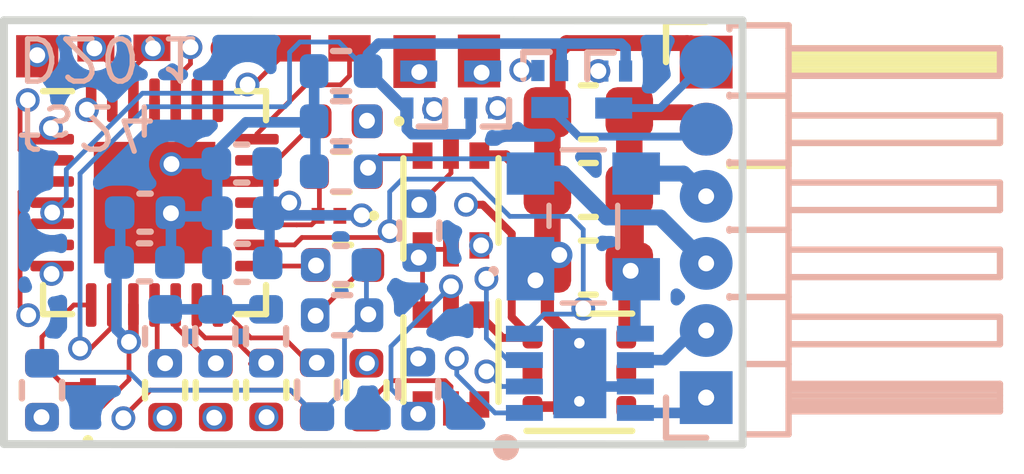
<source format=kicad_pcb>
(kicad_pcb (version 20171130) (host pcbnew "(5.1.12)-1")
  (title_block (title "RTB D20 NEM651 Decoder") (date 2024-11-13) (rev 1) (company "Frank Schumacher") (comment 1 "Double sided NEM651") (comment 2 D20.1))
  (layers (0 F.Cu signal) (1 In1.Cu signal hide) (2 In2.Cu signal hide) (3 In3.Cu signal hide) (4 In4.Cu signal hide) (31 B.Cu signal) (34 B.Paste user hide) (35 F.Paste user hide) (36 B.SilkS user) (37 F.SilkS user) (38 B.Mask user hide) (39 F.Mask user hide) (44 Edge.Cuts user))
  (net 0 "")
  (net 1 GND)
  (net 2 +3V3)
  (net 3 DCC-b)
  (net 4 DCC-a)
  (net 5 RCM.tx)
  (net 6 UDCC-a)
  (net 7 UDCC-b)
  (net 8 ISENS)
  (net 9 PWM2)
  (net 10 PWM1)
  (net 11 M1)
  (net 12 M2)
  (net 13 uSENS2)
  (net 14 uSENS1)
  (net 15 "Net-(Q1-Pad5)")
  (net 16 VHBR)
  (net 17 "Net-(Q2-Pad5)")
  (net 18 UPDI)
  (net 19 Lr)
  (net 20 Lf)
  (net 21 F0r)
  (net 22 F0f)
  (net 23 Vref)
  (net 24 LED.hbt)
  (net 25 "Net-(IC3-Pad1)")
  (net 26 "Net-(Q1-Pad1)")
  (net 27 "Net-(Q2-Pad2)")
  (net 28 "Net-(D1-Pad1)")
  (net 29 AUX1)
  (net 30 AUX2)
  (net 31 P2)
  (net 32 P1)
  (net 33 aSENSE)
  (net 34 AUX3)
  (net 35 AUX4)
  (net 36 DCC-b')
  (net 37 DCC-a')
  (module RTB:SON50P200X200X80-9N (layer B.Cu) (at 64.4 -42.06)
    (fp_text reference IC3)
    (fp_text value DRV8231ADSGR)
    (pad 9 smd rect (at 0 0) (size 1 1.7) (layers B.Cu B.Paste B.Mask) (net 1 GND))
    (pad 8 smd rect (at 1.05 0.75 270) (size 0.3 0.7) (layers B.Cu B.Paste B.Mask) (net 12 M2))
    (pad 7 smd rect (at 1.05 0.25 270) (size 0.3 0.7) (layers B.Cu B.Paste B.Mask) (net 1 GND))
    (pad 6 smd rect (at 1.05 -0.25 270) (size 0.3 0.7) (layers B.Cu B.Paste B.Mask) (net 11 M1))
    (pad 5 smd rect (at 1.05 -0.75 270) (size 0.3 0.7) (layers B.Cu B.Paste B.Mask) (net 16 VHBR))
    (pad 4 smd rect (at -1.05 -0.75 270) (size 0.3 0.7) (layers B.Cu B.Paste B.Mask) (net 23 Vref))
    (pad 3 smd rect (at -1.05 -0.25 270) (size 0.3 0.7) (layers B.Cu B.Paste B.Mask) (net 10 PWM1))
    (pad 2 smd rect (at -1.05 0.25 270) (size 0.3 0.7) (layers B.Cu B.Paste B.Mask) (net 9 PWM2))
    (pad 1 smd rect (at -1.05 0.75 270) (size 0.3 0.7) (layers B.Cu B.Paste B.Mask) (net 25 "Net-(IC3-Pad1)"))
  )
  (module RTB:BAT30F4 (layer F.Cu) (at 55.09 -41.64 90)
    (fp_text reference D4)
    (fp_text value BAT30F4)
    (pad 2 smd rect (at 0.206 0 90) (size 0.243 0.3) (layers F.Cu F.Paste F.Mask) (net 37 DCC-a'))
    (pad 1 smd rect (at -0.207 0 90) (size 0.243 0.3) (layers F.Cu F.Paste F.Mask) (net 2 +3V3))
  )
  (module RTB:BAT30F4 (layer F.Cu) (at 59.65 -45.04 180)
    (fp_text reference D3)
    (fp_text value BAT30F4)
    (pad 2 smd rect (at 0.206 0 180) (size 0.243 0.3) (layers F.Cu F.Paste F.Mask) (net 36 DCC-b'))
    (pad 1 smd rect (at -0.207 0 180) (size 0.243 0.3) (layers F.Cu F.Paste F.Mask) (net 2 +3V3))
  )
  (module RTB:BF998215 (layer B.Cu) (at 64.09 -44.84 90)
    (fp_text reference D2)
    (fp_text value BAS3007ARPPE6327HTSA1)
    (pad 4 smd rect (at -1 1.375) (size 0.9 0.8) (layers B.Cu B.Paste B.Mask) (net 16 VHBR))
    (pad 3 smd rect (at 1 1.375) (size 0.9 0.8) (layers B.Cu B.Paste B.Mask) (net 4 DCC-a))
    (pad 2 smd rect (at 1 -0.625) (size 0.9 0.8) (layers B.Cu B.Paste B.Mask) (net 3 DCC-b))
    (pad 1 smd rect (at -0.8 -0.625) (size 0.9 1.2) (layers B.Cu B.Paste B.Mask) (net 1 GND))
  )
  (module Package_DFN_QFN:QFN-28-1EP_4x4mm_P0.4mm_EP2.3x2.3mm (layer F.Cu) (at 56.35 -45.29)
    (fp_text reference IC1 hide)
    (fp_text value AVR64DD28-I_STX)
    (pad 29 smd rect (at 0 0) (size 2.3 2.3) (layers F.Cu F.Mask) (net 1 GND))
    (pad 28 smd roundrect (at -1.2 -1.9375) (size 0.2 0.825) (layers F.Cu F.Paste F.Mask) (net 22 F0f))
    (pad 27 smd roundrect (at -0.8 -1.9375) (size 0.2 0.825) (layers F.Cu F.Paste F.Mask) (net 29 AUX1))
    (pad 26 smd roundrect (at -0.4 -1.9375) (size 0.2 0.825) (layers F.Cu F.Paste F.Mask) (net 30 AUX2))
    (pad 25 smd roundrect (at 0 -1.9375) (size 0.2 0.825) (layers F.Cu F.Paste F.Mask) (net 1 GND))
    (pad 24 smd roundrect (at 0.4 -1.9375) (size 0.2 0.825) (layers F.Cu F.Paste F.Mask) (net 2 +3V3))
    (pad 23 smd roundrect (at 0.8 -1.9375) (size 0.2 0.825) (layers F.Cu F.Paste F.Mask) (net 18 UPDI))
    (pad 22 smd roundrect (at 1.2 -1.9375) (size 0.2 0.825) (layers F.Cu F.Paste F.Mask))
    (pad 21 smd roundrect (at 1.9375 -1.2) (size 0.825 0.2) (layers F.Cu F.Paste F.Mask) (net 35 AUX4))
    (pad 20 smd roundrect (at 1.9375 -0.8) (size 0.825 0.2) (layers F.Cu F.Paste F.Mask) (net 24 LED.hbt))
    (pad 19 smd roundrect (at 1.9375 -0.4) (size 0.825 0.2) (layers F.Cu F.Paste F.Mask) (net 1 GND))
    (pad 18 smd roundrect (at 1.9375 0) (size 0.825 0.2) (layers F.Cu F.Paste F.Mask) (net 2 +3V3))
    (pad 17 smd roundrect (at 1.9375 0.4) (size 0.825 0.2) (layers F.Cu F.Paste F.Mask) (net 36 DCC-b'))
    (pad 16 smd roundrect (at 1.9375 0.8) (size 0.825 0.2) (layers F.Cu F.Paste F.Mask) (net 23 Vref))
    (pad 15 smd roundrect (at 1.9375 1.2) (size 0.825 0.2) (layers F.Cu F.Paste F.Mask) (net 8 ISENS))
    (pad 14 smd roundrect (at 1.2 1.9375) (size 0.2 0.825) (layers F.Cu F.Paste F.Mask) (net 7 UDCC-b))
    (pad 13 smd roundrect (at 0.8 1.9375) (size 0.2 0.825) (layers F.Cu F.Paste F.Mask) (net 6 UDCC-a))
    (pad 12 smd roundrect (at 0.4 1.9375) (size 0.2 0.825) (layers F.Cu F.Paste F.Mask) (net 13 uSENS2))
    (pad 11 smd roundrect (at 0 1.9375) (size 0.2 0.825) (layers F.Cu F.Paste F.Mask) (net 14 uSENS1))
    (pad 10 smd roundrect (at -0.4 1.9375) (size 0.2 0.825) (layers F.Cu F.Paste F.Mask) (net 2 +3V3))
    (pad 9 smd roundrect (at -0.8 1.9375) (size 0.2 0.825) (layers F.Cu F.Paste F.Mask) (net 33 aSENSE))
    (pad 8 smd roundrect (at -1.2 1.9375) (size 0.2 0.825) (layers F.Cu F.Paste F.Mask) (net 37 DCC-a'))
    (pad 7 smd roundrect (at -1.9375 1.2) (size 0.825 0.2) (layers F.Cu F.Paste F.Mask) (net 5 RCM.tx))
    (pad 6 smd roundrect (at -1.9375 0.8) (size 0.825 0.2) (layers F.Cu F.Paste F.Mask))
    (pad 5 smd roundrect (at -1.9375 0.4) (size 0.825 0.2) (layers F.Cu F.Paste F.Mask) (net 34 AUX3))
    (pad 4 smd roundrect (at -1.9375 0) (size 0.825 0.2) (layers F.Cu F.Paste F.Mask) (net 34 AUX3))
    (pad 3 smd roundrect (at -1.9375 -0.4) (size 0.825 0.2) (layers F.Cu F.Paste F.Mask) (net 9 PWM2))
    (pad 2 smd roundrect (at -1.9375 -0.8) (size 0.825 0.2) (layers F.Cu F.Paste F.Mask) (net 10 PWM1))
    (pad 1 smd roundrect (at -1.9375 -1.2) (size 0.825 0.2) (layers F.Cu F.Paste F.Mask) (net 21 F0r))
  )
  (module Resistor_SMD:R_0402_1005Metric (layer B.Cu) (at 59.88 -46.83 180)
    (fp_text reference R3 hide)
    (fp_text value 3.3k)
    (pad 2 smd roundrect (at 0.51 0 180) (size 0.54 0.64) (layers B.Cu B.Paste B.Mask) (net 1 GND))
    (pad 1 smd roundrect (at -0.51 0 180) (size 0.54 0.64) (layers B.Cu B.Paste B.Mask) (net 28 "Net-(D1-Pad1)"))
  )
  (module Capacitor_SMD:C_0402_1005Metric (layer B.Cu) (at 56.17 -45.1)
    (fp_text reference C9 hide)
    (fp_text value 22u/6V)
    (pad 2 smd roundrect (at 0.48 0) (size 0.56 0.62) (layers B.Cu B.Paste B.Mask) (net 1 GND))
    (pad 1 smd roundrect (at -0.48 0) (size 0.56 0.62) (layers B.Cu B.Paste B.Mask) (net 2 +3V3))
  )
  (module Capacitor_SMD:C_0402_1005Metric (layer B.Cu) (at 58 -46.03 180)
    (fp_text reference C8 hide)
    (fp_text value 22u/6V)
    (pad 1 smd roundrect (at -0.48 0 180) (size 0.56 0.62) (layers B.Cu B.Paste B.Mask) (net 2 +3V3))
    (pad 2 smd roundrect (at 0.48 0 180) (size 0.56 0.62) (layers B.Cu B.Paste B.Mask) (net 1 GND))
  )
  (module Capacitor_SMD:C_0402_1005Metric (layer B.Cu) (at 56.16 -44.16)
    (fp_text reference C5 hide)
    (fp_text value 100n)
    (pad 2 smd roundrect (at 0.48 0) (size 0.56 0.62) (layers B.Cu B.Paste B.Mask) (net 1 GND))
    (pad 1 smd roundrect (at -0.48 0) (size 0.56 0.62) (layers B.Cu B.Paste B.Mask) (net 2 +3V3))
  )
  (module RTB:DummyNet-Connector (layer F.Cu) (at 60.04 -48.21)
    (fp_text reference J10 hide)
    (fp_text value Conn_01x01 hide)
    (pad 1 smd rect (at 0 0) (size 0.8 0.5) (layers F.Cu F.Mask) (net 35 AUX4))
  )
  (module Capacitor_SMD:C_0402_1005Metric (layer B.Cu) (at 58.01 -44.15 180)
    (fp_text reference C1 hide)
    (fp_text value 22u)
    (pad 2 smd roundrect (at 0.48 0 180) (size 0.56 0.62) (layers B.Cu B.Paste B.Mask) (net 1 GND))
    (pad 1 smd roundrect (at -0.48 0 180) (size 0.56 0.62) (layers B.Cu B.Paste B.Mask) (net 2 +3V3))
  )
  (module RTB:DummyNet-Connector (layer F.Cu) (at 54.13 -48.06)
    (fp_text reference J9 hide)
    (fp_text value Conn_01x01 hide)
    (pad 1 smd rect (at 0 0) (size 0.8 0.8) (layers F.Cu F.Mask) (net 1 GND))
  )
  (module Resistor_SMD:R_0402_1005Metric (layer B.Cu) (at 59.88 -47.78)
    (fp_text reference R19 hide)
    (fp_text value 1)
    (pad 2 smd roundrect (at 0.51 0) (size 0.54 0.64) (layers B.Cu B.Paste B.Mask) (net 33 aSENSE))
    (pad 1 smd roundrect (at -0.51 0) (size 0.54 0.64) (layers B.Cu B.Paste B.Mask) (net 1 GND))
  )
  (module Package_DFN_QFN:Diodes_DFN1006-3 (layer B.Cu) (at 61.35 -47.43 90)
    (fp_text reference Q6 hide)
    (fp_text value PMZB200UNEYL)
    (pad 1 smd rect (at -0.35 0.225 180) (size 0.25 0.4) (layers B.Cu B.Paste B.Mask) (net 29 AUX1))
    (pad 2 smd rect (at -0.35 -0.225 180) (size 0.25 0.4) (layers B.Cu B.Paste B.Mask) (net 33 aSENSE))
    (pad 3 smd rect (at 0.35 0 180) (size 0.7 0.4) (layers B.Cu B.Paste B.Mask) (net 32 P1))
  )
  (module Package_DFN_QFN:Diodes_DFN1006-3 (layer B.Cu) (at 62.56 -47.43 90)
    (fp_text reference Q5 hide)
    (fp_text value PMZB200UNEYL)
    (pad 1 smd rect (at -0.35 0.225 180) (size 0.25 0.4) (layers B.Cu B.Paste B.Mask) (net 30 AUX2))
    (pad 2 smd rect (at -0.35 -0.225 180) (size 0.25 0.4) (layers B.Cu B.Paste B.Mask) (net 33 aSENSE))
    (pad 3 smd rect (at 0.35 0 180) (size 0.7 0.4) (layers B.Cu B.Paste B.Mask) (net 31 P2))
  )
  (module Package_TO_SOT_SMD:SOT-666 (layer F.Cu) (at 61.96 -42.32 270)
    (fp_text reference Q2 hide)
    (fp_text value BC857BDW1 hide)
    (pad 1 smd rect (at -0.85 -0.5375 270) (size 0.5 0.375) (layers F.Cu F.Paste F.Mask) (net 2 +3V3))
    (pad 3 smd rect (at -0.85 0.5375 270) (size 0.5 0.375) (layers F.Cu F.Paste F.Mask) (net 26 "Net-(Q1-Pad1)"))
    (pad 5 smd rect (at 0.925 0 270) (size 0.65 0.3) (layers F.Cu F.Paste F.Mask) (net 17 "Net-(Q2-Pad5)"))
    (pad 2 smd rect (at -0.925 0 270) (size 0.65 0.3) (layers F.Cu F.Paste F.Mask) (net 27 "Net-(Q2-Pad2)"))
    (pad 4 smd rect (at 0.85 0.5375 270) (size 0.5 0.375) (layers F.Cu F.Paste F.Mask) (net 27 "Net-(Q2-Pad2)"))
    (pad 6 smd rect (at 0.85 -0.5375 270) (size 0.5 0.375) (layers F.Cu F.Paste F.Mask) (net 17 "Net-(Q2-Pad5)"))
  )
  (module RTB:DummyNet-Connector (layer F.Cu) (at 57.81 -48.21)
    (fp_text reference J2 hide)
    (fp_text value Conn_01x01 hide)
    (pad 1 smd oval (at 0 0) (size 0.8 0.5) (layers F.Cu F.Mask) (net 18 UPDI))
  )
  (module RTB:DummyNet-Connector (layer F.Cu) (at 58.91 -48.21)
    (fp_text reference J8 hide)
    (fp_text value Conn_01x01 hide)
    (pad 1 smd rect (at 0 0) (size 0.8 0.5) (layers F.Cu F.Mask) (net 34 AUX3))
  )
  (module RTB:DummyNet-Connector (layer F.Cu) (at 62.49 -47.97)
    (fp_text reference J7 hide)
    (fp_text value Conn_01x01 hide)
    (pad 1 smd rect (at 0 0) (size 0.8 1) (layers F.Cu F.Mask) (net 31 P2))
  )
  (module RTB:DummyNet-Connector (layer F.Cu) (at 61.27 -47.96)
    (fp_text reference J6 hide)
    (fp_text value Conn_01x01 hide)
    (pad 1 smd rect (at 0 0) (size 0.8 1) (layers F.Cu F.Mask) (net 32 P1))
  )
  (module RTB:DummyNet-Connector (layer F.Cu) (at 56.3 -48.22)
    (fp_text reference J5 hide)
    (fp_text value Conn_01x01 hide)
    (pad 1 smd rect (at 0 0) (size 0.7 0.5) (layers F.Cu F.Mask) (net 30 AUX2))
  )
  (module RTB:DummyNet-Connector (layer F.Cu) (at 55.24 -48.21)
    (fp_text reference J4 hide)
    (fp_text value Conn_01x01 hide)
    (pad 1 smd rect (at 0 0) (size 0.7 0.5) (layers F.Cu F.Mask) (net 29 AUX1))
  )
  (module LED_SMD:LED_0402_1005Metric (layer F.Cu) (at 59.89 -46.83 180)
    (fp_text reference D1 hide)
    (fp_text value LED)
    (pad 2 smd roundrect (at 0.485 0 180) (size 0.59 0.64) (layers F.Cu F.Paste F.Mask) (net 24 LED.hbt))
    (pad 1 smd roundrect (at -0.485 0 180) (size 0.59 0.64) (layers F.Cu F.Paste F.Mask) (net 28 "Net-(D1-Pad1)"))
  )
  (module Connector_PinHeader_1.27mm:PinHeader_1x02_P1.27mm_Horizontal (layer F.Cu) (at 66.79 -47.95)
    (fp_text reference J3 hide)
    (fp_text value NEM651)
    (pad 1 smd rect (at 0 0) (size 1 1) (layers F.Cu F.Mask) (net 1 GND))
    (pad 2 smd oval (at 0 1.27) (size 1 1) (layers F.Cu F.Mask) (net 16 VHBR))
  )
  (module Package_DFN_QFN:Diodes_DFN1006-3 (layer B.Cu) (at 65.04 -47.43 270)
    (fp_text reference Q3 hide)
    (fp_text value PMZB200UNEYL)
    (pad 1 smd rect (at -0.35 0.225) (size 0.25 0.4) (layers B.Cu B.Paste B.Mask) (net 22 F0f))
    (pad 2 smd rect (at -0.35 -0.225) (size 0.25 0.4) (layers B.Cu B.Paste B.Mask) (net 33 aSENSE))
    (pad 3 smd rect (at 0.35 0) (size 0.7 0.4) (layers B.Cu B.Paste B.Mask) (net 20 Lf))
  )
  (module Package_DFN_QFN:Diodes_DFN1006-3 (layer B.Cu) (at 63.83 -47.44 270)
    (fp_text reference Q4 hide)
    (fp_text value PMZB200UNEYL)
    (pad 1 smd rect (at -0.35 0.225) (size 0.25 0.4) (layers B.Cu B.Paste B.Mask) (net 21 F0r))
    (pad 2 smd rect (at -0.35 -0.225) (size 0.25 0.4) (layers B.Cu B.Paste B.Mask) (net 33 aSENSE))
    (pad 3 smd rect (at 0.35 0) (size 0.7 0.4) (layers B.Cu B.Paste B.Mask) (net 19 Lr))
  )
  (module Capacitor_SMD:C_0603_1608Metric (layer F.Cu) (at 64.56 -47 180)
    (fp_text reference C4 hide)
    (fp_text value 22u/25V)
    (pad 2 smd roundrect (at 0.775 0 180) (size 0.9 0.95) (layers F.Cu F.Paste F.Mask) (net 1 GND))
    (pad 1 smd roundrect (at -0.775 0 180) (size 0.9 0.95) (layers F.Cu F.Paste F.Mask) (net 16 VHBR))
  )
  (module Capacitor_SMD:C_0603_1608Metric (layer F.Cu) (at 64.56 -45.53 180)
    (fp_text reference C2 hide)
    (fp_text value 22u/25V)
    (pad 2 smd roundrect (at 0.775 0 180) (size 0.9 0.95) (layers F.Cu F.Paste F.Mask) (net 1 GND))
    (pad 1 smd roundrect (at -0.775 0 180) (size 0.9 0.95) (layers F.Cu F.Paste F.Mask) (net 16 VHBR))
  )
  (module Resistor_SMD:R_0402_1005Metric (layer B.Cu) (at 61.34 -41.76 270)
    (fp_text reference R4 hide)
    (fp_text value 22)
    (pad 2 smd roundrect (at 0.51 0 270) (size 0.54 0.64) (layers B.Cu B.Paste B.Mask) (net 27 "Net-(Q2-Pad2)"))
    (pad 1 smd roundrect (at -0.51 0 270) (size 0.54 0.64) (layers B.Cu B.Paste B.Mask) (net 2 +3V3))
  )
  (module Resistor_SMD:R_0402_1005Metric (layer B.Cu) (at 61.36 -44.76 270)
    (fp_text reference R5 hide)
    (fp_text value 10k)
    (pad 2 smd roundrect (at 0.51 0 270) (size 0.54 0.64) (layers B.Cu B.Paste B.Mask) (net 26 "Net-(Q1-Pad1)"))
    (pad 1 smd roundrect (at -0.51 0 270) (size 0.54 0.64) (layers B.Cu B.Paste B.Mask) (net 15 "Net-(Q1-Pad5)"))
  )
  (module Capacitor_SMD:C_0402_1005Metric (layer B.Cu) (at 59.88 -44.11)
    (fp_text reference C6 hide)
    (fp_text value 1u hide)
    (pad 2 smd roundrect (at 0.48 0) (size 0.56 0.62) (layers B.Cu B.Paste B.Mask) (net 1 GND))
    (pad 1 smd roundrect (at -0.48 0) (size 0.56 0.62) (layers B.Cu B.Paste B.Mask) (net 8 ISENS))
  )
  (module Resistor_SMD:R_0402_1005Metric (layer B.Cu) (at 59.43 -41.75 270)
    (fp_text reference R10 hide)
    (fp_text value 9.1k)
    (pad 2 smd roundrect (at 0.51 0 270) (size 0.54 0.64) (layers B.Cu B.Paste B.Mask) (net 1 GND))
    (pad 1 smd roundrect (at -0.51 0 270) (size 0.54 0.64) (layers B.Cu B.Paste B.Mask) (net 7 UDCC-b))
  )
  (module Resistor_SMD:R_0402_1005Metric (layer B.Cu) (at 58.46 -42.76 90)
    (fp_text reference R9 hide)
    (fp_text value 9.1k)
    (pad 2 smd roundrect (at 0.51 0 90) (size 0.54 0.64) (layers B.Cu B.Paste B.Mask) (net 1 GND))
    (pad 1 smd roundrect (at -0.51 0 90) (size 0.54 0.64) (layers B.Cu B.Paste B.Mask) (net 6 UDCC-a))
  )
  (module Resistor_SMD:R_0402_1005Metric (layer B.Cu) (at 57.5 -42.76 270)
    (fp_text reference R16 hide)
    (fp_text value 10k)
    (pad 2 smd roundrect (at 0.51 0 270) (size 0.54 0.64) (layers B.Cu B.Paste B.Mask) (net 13 uSENS2))
    (pad 1 smd roundrect (at -0.51 0 270) (size 0.54 0.64) (layers B.Cu B.Paste B.Mask) (net 1 GND))
  )
  (module Resistor_SMD:R_0402_1005Metric (layer B.Cu) (at 56.55 -42.76 270)
    (fp_text reference R18 hide)
    (fp_text value 10k)
    (pad 2 smd roundrect (at 0.51 0 270) (size 0.54 0.64) (layers B.Cu B.Paste B.Mask) (net 14 uSENS1))
    (pad 1 smd roundrect (at -0.51 0 270) (size 0.54 0.64) (layers B.Cu B.Paste B.Mask) (net 1 GND))
  )
  (module Resistor_SMD:R_0402_1005Metric (layer B.Cu) (at 59.88 -45.88)
    (fp_text reference R12 hide)
    (fp_text value 10k)
    (pad 2 smd roundrect (at 0.51 0) (size 0.54 0.64) (layers B.Cu B.Paste B.Mask) (net 3 DCC-b))
    (pad 1 smd roundrect (at -0.51 0) (size 0.54 0.64) (layers B.Cu B.Paste B.Mask) (net 1 GND))
  )
  (module Resistor_SMD:R_0402_1005Metric (layer B.Cu) (at 54.22 -41.74 270)
    (fp_text reference R11 hide)
    (fp_text value 10k)
    (pad 2 smd roundrect (at 0.51 0 270) (size 0.54 0.64) (layers B.Cu B.Paste B.Mask) (net 4 DCC-a))
    (pad 1 smd roundrect (at -0.51 0 270) (size 0.54 0.64) (layers B.Cu B.Paste B.Mask) (net 1 GND))
  )
  (module Resistor_SMD:R_0402_1005Metric (layer F.Cu) (at 54.21834 -41.73996 90)
    (fp_text reference R1 hide)
    (fp_text value 68k)
    (pad 2 smd roundrect (at 0.51 0 90) (size 0.54 0.64) (layers F.Cu F.Paste F.Mask) (net 37 DCC-a'))
    (pad 1 smd roundrect (at -0.51 0 90) (size 0.54 0.64) (layers F.Cu F.Paste F.Mask) (net 4 DCC-a))
  )
  (module Resistor_SMD:R_0402_1005Metric (layer F.Cu) (at 59.89 -45.87 180)
    (fp_text reference R2 hide)
    (fp_text value 68k)
    (pad 2 smd roundrect (at 0.51 0 180) (size 0.54 0.64) (layers F.Cu F.Paste F.Mask) (net 36 DCC-b'))
    (pad 1 smd roundrect (at -0.51 0 180) (size 0.54 0.64) (layers F.Cu F.Paste F.Mask) (net 3 DCC-b))
  )
  (module Resistor_SMD:R_0402_1005Metric (layer F.Cu) (at 56.55 -41.74 270)
    (fp_text reference R17 hide)
    (fp_text value 33k)
    (pad 2 smd roundrect (at 0.51 0 270) (size 0.54 0.64) (layers F.Cu F.Paste F.Mask) (net 11 M1))
    (pad 1 smd roundrect (at -0.51 0 270) (size 0.54 0.64) (layers F.Cu F.Paste F.Mask) (net 14 uSENS1))
  )
  (module Resistor_SMD:R_0402_1005Metric (layer F.Cu) (at 57.51 -41.74 270)
    (fp_text reference R15 hide)
    (fp_text value 33k)
    (pad 2 smd roundrect (at 0.51 0 270) (size 0.54 0.64) (layers F.Cu F.Paste F.Mask) (net 12 M2))
    (pad 1 smd roundrect (at -0.51 0 270) (size 0.54 0.64) (layers F.Cu F.Paste F.Mask) (net 13 uSENS2))
  )
  (module Resistor_SMD:R_0402_1005Metric (layer F.Cu) (at 58.46322 -41.74472 90)
    (fp_text reference R7 hide)
    (fp_text value 220k)
    (pad 2 smd roundrect (at 0.51 0 90) (size 0.54 0.64) (layers F.Cu F.Paste F.Mask) (net 6 UDCC-a))
    (pad 1 smd roundrect (at -0.51 0 90) (size 0.54 0.64) (layers F.Cu F.Paste F.Mask) (net 4 DCC-a))
  )
  (module Resistor_SMD:R_0402_1005Metric (layer F.Cu) (at 59.42 -41.75 90)
    (fp_text reference R8 hide)
    (fp_text value 220k)
    (pad 2 smd roundrect (at 0.51 0 90) (size 0.54 0.64) (layers F.Cu F.Paste F.Mask) (net 7 UDCC-b))
    (pad 1 smd roundrect (at -0.51 0 90) (size 0.54 0.64) (layers F.Cu F.Paste F.Mask) (net 3 DCC-b))
  )
  (module Resistor_SMD:R_0402_1005Metric (layer F.Cu) (at 60.36 -41.74 270)
    (fp_text reference R6 hide)
    (fp_text value 10k)
    (pad 2 smd roundrect (at 0.51 0 270) (size 0.54 0.64) (layers F.Cu F.Paste F.Mask) (net 17 "Net-(Q2-Pad5)"))
    (pad 1 smd roundrect (at -0.51 0 270) (size 0.54 0.64) (layers F.Cu F.Paste F.Mask) (net 5 RCM.tx))
  )
  (module Capacitor_SMD:C_0603_1608Metric (layer F.Cu) (at 64.56 -44.06 180)
    (fp_text reference C7 hide)
    (fp_text value 100n/50V)
    (pad 2 smd roundrect (at 0.775 0 180) (size 0.9 0.95) (layers F.Cu F.Paste F.Mask) (net 1 GND))
    (pad 1 smd roundrect (at -0.775 0 180) (size 0.9 0.95) (layers F.Cu F.Paste F.Mask) (net 16 VHBR))
  )
  (module Connector_PinHeader_1.27mm:PinHeader_1x06_P1.27mm_Horizontal (layer B.Cu) (at 66.79 -41.6)
    (fp_text reference J1 hide)
    (fp_text value NEM651)
    (pad 6 smd oval (at 0 -6.35) (size 1 1) (layers B.Cu B.Paste B.Mask) (net 20 Lf))
    (pad 5 smd oval (at 0 -5.08) (size 1 1) (layers B.Cu B.Paste B.Mask) (net 19 Lr))
    (pad 4 smd oval (at 0 -3.81) (size 1 1) (layers B.Cu B.Paste B.Mask) (net 4 DCC-a))
    (pad 3 smd oval (at 0 -2.54) (size 1 1) (layers B.Cu B.Paste B.Mask) (net 3 DCC-b))
    (pad 2 smd oval (at 0 -1.27) (size 1 1) (layers B.Cu B.Paste B.Mask) (net 11 M1))
    (pad 1 smd rect (at 0 0) (size 1 1) (layers B.Cu B.Paste B.Mask) (net 12 M2))
  )
  (module Capacitor_SMD:C_0402_1005Metric (layer B.Cu) (at 58.02 -45.09 180)
    (fp_text reference C3 hide)
    (fp_text value 100n)
    (pad 2 smd roundrect (at 0.485 0 180) (size 0.59 0.64) (layers B.Cu B.Paste B.Mask) (net 1 GND))
    (pad 1 smd roundrect (at -0.485 0 180) (size 0.59 0.64) (layers B.Cu B.Paste B.Mask) (net 2 +3V3))
  )
  (module Resistor_SMD:R_0402_1005Metric (layer F.Cu) (at 59.91628 -44.11 180)
    (fp_text reference R14 hide)
    (fp_text value 220k)
    (pad 2 smd roundrect (at 0.51 0 180) (size 0.54 0.64) (layers F.Cu F.Paste F.Mask) (net 8 ISENS))
    (pad 1 smd roundrect (at -0.51 0 180) (size 0.54 0.64) (layers F.Cu F.Paste F.Mask) (net 25 "Net-(IC3-Pad1)"))
  )
  (module Resistor_SMD:R_0402_1005Metric (layer B.Cu) (at 59.9 -43.16 180)
    (fp_text reference R13 hide)
    (fp_text value 3.3k)
    (pad 2 smd roundrect (at 0.51 0 180) (size 0.54 0.64) (layers B.Cu B.Paste B.Mask) (net 25 "Net-(IC3-Pad1)"))
    (pad 1 smd roundrect (at -0.51 0 180) (size 0.54 0.64) (layers B.Cu B.Paste B.Mask) (net 1 GND))
  )
  (module Package_SON:WSON-6-1EP_2x2mm_P0.65mm_EP1x1.6mm_ThermalVias (layer F.Cu) (at 64.39 -42.08)
    (fp_text reference IC2 hide)
    (fp_text value NCP730BM)
    (pad 1 smd roundrect (at -0.8875 -0.65) (size 0.375 0.4) (layers F.Cu F.Paste F.Mask) (net 2 +3V3))
    (pad 2 smd roundrect (at -0.8875 0) (size 0.375 0.4) (layers F.Cu F.Paste F.Mask))
    (pad 3 smd roundrect (at -0.8875 0.65) (size 0.375 0.4) (layers F.Cu F.Paste F.Mask) (net 1 GND))
    (pad 4 smd roundrect (at 0.8875 0.65) (size 0.375 0.4) (layers F.Cu F.Paste F.Mask))
    (pad 5 smd roundrect (at 0.8875 0) (size 0.375 0.4) (layers F.Cu F.Paste F.Mask))
    (pad 6 smd roundrect (at 0.8875 -0.65) (size 0.375 0.4) (layers F.Cu F.Paste F.Mask) (net 16 VHBR))
    (pad 7 smd rect (at 0 0) (size 1 1.6) (layers F.Cu F.Mask) (net 1 GND))
    (pad 7 thru_hole circle (at 0 -0.55) (size 0.5 0.5) (drill 0.2) (layers *.Cu) (net 1 GND))
    (pad 7 thru_hole circle (at 0 0.55) (size 0.5 0.5) (drill 0.2) (layers *.Cu) (net 1 GND))
    (pad 7 smd rect (at 0 0) (size 0.5 1.6) (layers B.Cu) (net 1 GND))
  )
  (module Package_TO_SOT_SMD:SOT-666 (layer F.Cu) (at 61.96 -45.33 90)
    (fp_text reference Q1 hide)
    (fp_text value BC847BDW1 hide)
    (pad 1 smd rect (at -0.85 -0.5375 90) (size 0.5 0.375) (layers F.Cu F.Paste F.Mask) (net 26 "Net-(Q1-Pad1)"))
    (pad 3 smd rect (at -0.85 0.5375 90) (size 0.5 0.375) (layers F.Cu F.Paste F.Mask) (net 4 DCC-a))
    (pad 5 smd rect (at 0.925 0 90) (size 0.65 0.3) (layers F.Cu F.Paste F.Mask) (net 15 "Net-(Q1-Pad5)"))
    (pad 2 smd rect (at -0.925 0 90) (size 0.65 0.3) (layers F.Cu F.Paste F.Mask) (net 26 "Net-(Q1-Pad1)"))
    (pad 4 smd rect (at 0.85 0.5375 90) (size 0.5 0.375) (layers F.Cu F.Paste F.Mask) (net 1 GND))
    (pad 6 smd rect (at 0.85 -0.5375 90) (size 0.5 0.375) (layers F.Cu F.Paste F.Mask) (net 3 DCC-b))
  )
  (gr_text "fs24\nD20.1" (at 53.69 -47.38 180) (layer B.SilkS) (effects (font (size 0.8 0.8) (thickness 0.1)) (justify left mirror)))
  (gr_line (start 53.5 -40.72) (end 53.50028 -48.7418) (layer Edge.Cuts) (width 0.15))
  (gr_line (start 67.47764 -48.74) (end 67.48 -40.71266) (layer Edge.Cuts) (width 0.15))
  (gr_line (start 53.50028 -48.7418) (end 67.47764 -48.74) (layer Edge.Cuts) (width 0.15))
  (gr_line (start 67.48 -40.71266) (end 53.5 -40.72) (layer Edge.Cuts) (width 0.15))
  (via (at 54.13 -48.08) (size 0.45) (drill 0.3) (layers F.Cu B.Cu) (net 1))
  (via (at 56.67 -46.02) (size 0.45) (drill 0.3) (layers F.Cu B.Cu) (net 1))
  (via (at 63.56 -43.82) (size 0.45) (drill 0.3) (layers F.Cu B.Cu) (net 1))
  (segment (start 64.65 -41.81) (end 64.4 -42.06) (width 0.2) (layer B.Cu) (net 1))
  (segment (start 65.45 -41.81) (end 64.65 -41.81) (width 0.2) (layer B.Cu) (net 1))
  (segment (start 64.29 -41.43) (end 64.39 -41.53) (width 0.2) (layer F.Cu) (net 1))
  (segment (start 63.5025 -41.43) (end 64.29 -41.43) (width 0.2) (layer F.Cu) (net 1))
  (segment (start 60.41 -44.05) (end 60.37 -44.09) (width 0.09) (layer B.Cu) (net 1))
  (segment (start 56.75 -45.69) (end 56.35 -45.29) (width 0.2) (layer F.Cu) (net 1))
  (segment (start 58.2875 -45.69) (end 56.75 -45.69) (width 0.2) (layer F.Cu) (net 1))
  (segment (start 56.35 -47.2275) (end 56.35 -45.29) (width 0.2) (layer F.Cu) (net 1))
  (segment (start 59.42 -41.23) (end 59.43 -41.24) (width 0.09) (layer B.Cu) (net 1))
  (segment (start 63 -46.18) (end 62.4975 -46.18) (width 0.2) (layer F.Cu) (net 1))
  (segment (start 63.65 -45.53) (end 63 -46.18) (width 0.2) (layer F.Cu) (net 1))
  (segment (start 63.785 -45.53) (end 63.65 -45.53) (width 0.2) (layer F.Cu) (net 1))
  (segment (start 58.46 -43.27) (end 56.55 -43.27) (width 0.2) (layer B.Cu) (net 1))
  (segment (start 63.785 -47) (end 63.785 -45.53) (width 0.5) (layer F.Cu) (net 1))
  (segment (start 63.785 -45.53) (end 63.785 -44.06) (width 0.5) (layer F.Cu) (net 1))
  (segment (start 60.36 -43.21) (end 60.395 -43.175) (width 0.09) (layer B.Cu) (net 1))
  (via (at 60.395 -43.175) (size 0.45) (drill 0.3) (layers F.Cu B.Cu) (net 1))
  (segment (start 60.36 -44.11) (end 60.36 -43.21) (width 0.09) (layer B.Cu) (net 1))
  (segment (start 60.395 -43.175) (end 60.41 -43.16) (width 0.09) (layer B.Cu) (net 1))
  (segment (start 59.37 -46.855) (end 59.395 -46.83) (width 0.2) (layer B.Cu) (net 1))
  (segment (start 59.37 -47.78) (end 59.37 -47.55) (width 0.2) (layer B.Cu) (net 1))
  (segment (start 59.395 -45.905) (end 59.37 -45.88) (width 0.2) (layer B.Cu) (net 1))
  (segment (start 59.395 -46.83) (end 59.395 -45.905) (width 0.2) (layer B.Cu) (net 1))
  (segment (start 66.79 -48.02) (end 66.500296 -48.309704) (width 0.3) (layer F.Cu) (net 1))
  (segment (start 66.79 -47.95) (end 66.79 -48.02) (width 0.3) (layer F.Cu) (net 1))
  (segment (start 59.37 -47.55) (end 59.37 -46.855) (width 0.2) (layer B.Cu) (net 1))
  (segment (start 57.555 -44.165) (end 57.57 -44.15) (width 0.2) (layer B.Cu) (net 1))
  (segment (start 57.535 -44.155) (end 57.53 -44.15) (width 0.2) (layer B.Cu) (net 1))
  (segment (start 57.535 -45.09) (end 57.535 -44.155) (width 0.2) (layer B.Cu) (net 1))
  (segment (start 57.535 -45.03) (end 56.49 -45.03) (width 0.2) (layer B.Cu) (net 1))
  (via (at 56.66 -45.09) (size 0.45) (drill 0.3) (layers F.Cu B.Cu) (net 1))
  (segment (start 57.535 -46.015) (end 57.52 -46.03) (width 0.2) (layer B.Cu) (net 1))
  (segment (start 57.535 -45.09) (end 57.535 -46.015) (width 0.2) (layer B.Cu) (net 1))
  (segment (start 57.52 -46.03) (end 56.69 -46.03) (width 0.2) (layer B.Cu) (net 1))
  (segment (start 57.52 -44.16) (end 57.53 -44.15) (width 0.2) (layer B.Cu) (net 1))
  (segment (start 57.53 -43.3) (end 57.5 -43.27) (width 0.2) (layer B.Cu) (net 1))
  (segment (start 57.53 -44.15) (end 57.53 -43.3) (width 0.2) (layer B.Cu) (net 1))
  (segment (start 56.66 -44.18) (end 56.64 -44.16) (width 0.2) (layer B.Cu) (net 1))
  (segment (start 56.66 -45.09) (end 56.66 -44.18) (width 0.2) (layer B.Cu) (net 1))
  (segment (start 57.53 -46.26) (end 57.53 -46) (width 0.2) (layer B.Cu) (net 1))
  (segment (start 58.08 -46.81) (end 57.53 -46.26) (width 0.2) (layer B.Cu) (net 1))
  (segment (start 59.43 -46.81) (end 58.08 -46.81) (width 0.2) (layer B.Cu) (net 1))
  (via (at 64.01 -44.3) (size 0.45) (drill 0.3) (layers F.Cu B.Cu) (net 1))
  (segment (start 63.725 -44.3) (end 63.465 -44.04) (width 0.5) (layer B.Cu) (net 1))
  (segment (start 64.01 -44.3) (end 63.725 -44.3) (width 0.5) (layer B.Cu) (net 1))
  (segment (start 66.430296 -48.309704) (end 66.79 -47.95) (width 0.3) (layer F.Cu) (net 1))
  (segment (start 64.150296 -48.309704) (end 66.430296 -48.309704) (width 0.3) (layer F.Cu) (net 1))
  (segment (start 63.979704 -48.139112) (end 64.150296 -48.309704) (width 0.3) (layer F.Cu) (net 1))
  (segment (start 63.979704 -47.194704) (end 63.979704 -48.139112) (width 0.3) (layer F.Cu) (net 1))
  (segment (start 63.785 -47) (end 63.979704 -47.194704) (width 0.3) (layer F.Cu) (net 1))
  (segment (start 63.785 -43.175) (end 63.785 -44.06) (width 0.25) (layer F.Cu) (net 1))
  (segment (start 64.33 -42.63) (end 63.785 -43.175) (width 0.25) (layer F.Cu) (net 1))
  (segment (start 64.39 -42.63) (end 64.33 -42.63) (width 0.25) (layer F.Cu) (net 1))
  (segment (start 59.94501 -41.75501) (end 59.43 -41.24) (width 0.09) (layer B.Cu) (net 1))
  (segment (start 59.94501 -42.72501) (end 59.94501 -41.75501) (width 0.09) (layer B.Cu) (net 1))
  (segment (start 60.395 -43.175) (end 59.94501 -42.72501) (width 0.09) (layer B.Cu) (net 1))
  (segment (start 54.23 -42.25) (end 54.22 -42.25) (width 0.09) (layer B.Cu) (net 1))
  (segment (start 54.4 -42.08) (end 54.23 -42.25) (width 0.09) (layer B.Cu) (net 1))
  (segment (start 56.21 -41.74) (end 55.87 -42.08) (width 0.09) (layer B.Cu) (net 1))
  (segment (start 58.93 -41.74) (end 56.21 -41.74) (width 0.09) (layer B.Cu) (net 1))
  (segment (start 55.87 -42.08) (end 54.4 -42.08) (width 0.09) (layer B.Cu) (net 1))
  (segment (start 59.43 -41.24) (end 58.93 -41.74) (width 0.09) (layer B.Cu) (net 1))
  (segment (start 62.9375 -42.73) (end 62.4975 -43.17) (width 0.15) (layer F.Cu) (net 2))
  (segment (start 63.5025 -42.73) (end 62.9375 -42.73) (width 0.15) (layer F.Cu) (net 2))
  (via (at 61.34 -42.34) (size 0.45) (drill 0.3) (layers F.Cu B.Cu) (net 2))
  (segment (start 62.4975 -43.17) (end 62.4975 -42.956498) (width 0.09) (layer F.Cu) (net 2))
  (via (at 55.86643 -42.654022) (size 0.45) (drill 0.3) (layers F.Cu B.Cu) (net 2))
  (via (at 58.9 -45.29) (size 0.45) (drill 0.3) (layers F.Cu B.Cu) (net 2))
  (segment (start 58.91606 -45.29) (end 58.928598 -45.277462) (width 0.09) (layer F.Cu) (net 2))
  (segment (start 58.2875 -45.29) (end 58.91606 -45.29) (width 0.09) (layer F.Cu) (net 2))
  (segment (start 58.765 -45.29) (end 58.505 -45.03) (width 0.2) (layer B.Cu) (net 2))
  (segment (start 58.9 -45.29) (end 58.765 -45.29) (width 0.2) (layer B.Cu) (net 2))
  (segment (start 55.95 -43.3525) (end 55.95 -42.737592) (width 0.2) (layer F.Cu) (net 2))
  (segment (start 55.95 -42.737592) (end 55.86643 -42.654022) (width 0.09) (layer F.Cu) (net 2))
  (segment (start 58.525 -44.155) (end 58.53 -44.15) (width 0.2) (layer B.Cu) (net 2))
  (segment (start 58.525 -45.08) (end 58.525 -44.155) (width 0.2) (layer B.Cu) (net 2))
  (segment (start 62.563205 -45.24999) (end 62.245007 -45.24999) (width 0.15) (layer F.Cu) (net 2))
  (segment (start 63.10999 -43.12251) (end 63.10999 -44.703205) (width 0.15) (layer F.Cu) (net 2))
  (segment (start 63.5025 -42.73) (end 63.10999 -43.12251) (width 0.15) (layer F.Cu) (net 2))
  (via (at 62.245007 -45.24999) (size 0.45) (drill 0.3) (layers F.Cu B.Cu) (net 2))
  (segment (start 63.10999 -44.703205) (end 62.563205 -45.24999) (width 0.15) (layer F.Cu) (net 2))
  (via (at 60.27 -45.05) (size 0.45) (drill 0.3) (layers F.Cu B.Cu) (net 2))
  (segment (start 58.705 -45.29) (end 58.505 -45.09) (width 0.2) (layer B.Cu) (net 2))
  (segment (start 58.9 -45.29) (end 58.705 -45.29) (width 0.2) (layer B.Cu) (net 2))
  (segment (start 58.505 -46.005) (end 58.48 -46.03) (width 0.2) (layer B.Cu) (net 2))
  (segment (start 58.505 -45.09) (end 58.505 -46.005) (width 0.2) (layer B.Cu) (net 2))
  (segment (start 55.7 -44.22) (end 55.64 -44.16) (width 0.2) (layer B.Cu) (net 2))
  (segment (start 55.7 -45.1) (end 55.7 -44.22) (width 0.2) (layer B.Cu) (net 2))
  (segment (start 55.86643 -42.654022) (end 55.63 -42.890452) (width 0.2) (layer B.Cu) (net 2))
  (segment (start 55.63 -44.11) (end 55.68 -44.16) (width 0.2) (layer B.Cu) (net 2))
  (segment (start 55.63 -42.890452) (end 55.63 -44.11) (width 0.2) (layer B.Cu) (net 2))
  (segment (start 57.03 -47.92) (end 57.03 -48.230021) (width 0.09) (layer F.Cu) (net 2))
  (segment (start 56.75 -47.2275) (end 56.75 -47.64) (width 0.09) (layer F.Cu) (net 2))
  (via (at 57.03 -48.230021) (size 0.45) (drill 0.3) (layers F.Cu B.Cu) (net 2))
  (segment (start 56.75 -47.64) (end 57.03 -47.92) (width 0.09) (layer F.Cu) (net 2))
  (segment (start 58.545 -45.05) (end 58.505 -45.09) (width 0.2) (layer B.Cu) (net 2))
  (segment (start 60.27 -45.05) (end 58.545 -45.05) (width 0.2) (layer B.Cu) (net 2))
  (segment (start 55.86643 -41.938032) (end 55.86643 -42.654022) (width 0.09) (layer F.Cu) (net 2))
  (segment (start 55.361398 -41.433) (end 55.86643 -41.938032) (width 0.09) (layer F.Cu) (net 2))
  (segment (start 55.09 -41.433) (end 55.361398 -41.433) (width 0.09) (layer F.Cu) (net 2))
  (segment (start 60.26 -45.04) (end 60.27 -45.05) (width 0.09) (layer F.Cu) (net 2))
  (segment (start 59.857 -45.04) (end 60.26 -45.04) (width 0.09) (layer F.Cu) (net 2))
  (via (at 60.39 -45.95) (size 0.45) (drill 0.3) (layers F.Cu B.Cu) (net 3))
  (segment (start 66.8074 -43.82216) (end 66.8074 -43.82216) (width 0.09) (layer B.Cu) (net 3))
  (segment (start 66.8074 -43.82216) (end 66.46958 -43.82216) (width 0.09) (layer B.Cu) (net 3))
  (segment (start 66.79 -44.14) (end 66.79 -44.14) (width 0.2) (layer B.Cu) (net 3))
  (via (at 66.79 -44.14) (size 0.45) (drill 0.3) (layers F.Cu B.Cu) (net 3))
  (segment (start 63.185 -46.12) (end 63.465 -45.84) (width 0.09) (layer B.Cu) (net 3))
  (segment (start 60.4 -46.12) (end 63.185 -46.12) (width 0.09) (layer B.Cu) (net 3))
  (via (at 55.76 -41.21) (size 0.45) (drill 0.3) (layers F.Cu B.Cu) (net 3))
  (segment (start 60.62 -46.18) (end 60.39 -45.95) (width 0.09) (layer F.Cu) (net 3))
  (segment (start 61.42 -46.18) (end 60.62 -46.18) (width 0.09) (layer F.Cu) (net 3))
  (segment (start 56.27 -41.74) (end 55.74 -41.21) (width 0.09) (layer F.Cu) (net 3))
  (segment (start 58.92 -41.74) (end 56.27 -41.74) (width 0.09) (layer F.Cu) (net 3))
  (segment (start 59.42 -41.24) (end 58.92 -41.74) (width 0.09) (layer F.Cu) (net 3))
  (segment (start 65.92 -45.01) (end 66.79 -44.14) (width 0.3) (layer B.Cu) (net 3))
  (segment (start 64.91 -45.01) (end 65.92 -45.01) (width 0.3) (layer B.Cu) (net 3))
  (segment (start 64.08 -45.84) (end 64.91 -45.01) (width 0.3) (layer B.Cu) (net 3))
  (segment (start 63.465 -45.84) (end 64.08 -45.84) (width 0.3) (layer B.Cu) (net 3))
  (via (at 62.53 -44.48) (size 0.45) (drill 0.3) (layers F.Cu B.Cu) (net 4))
  (via (at 58.47 -41.23) (size 0.45) (drill 0.3) (layers F.Cu B.Cu) (net 4))
  (via (at 54.21 -41.23) (size 0.45) (drill 0.3) (layers F.Cu B.Cu) (net 4))
  (segment (start 66.36 -45.84) (end 66.79 -45.41) (width 0.3) (layer B.Cu) (net 4))
  (segment (start 65.465 -45.84) (end 66.36 -45.84) (width 0.3) (layer B.Cu) (net 4))
  (segment (start 66.79 -45.41) (end 66.79 -45.41) (width 0.2) (layer B.Cu) (net 4))
  (via (at 66.79 -45.41) (size 0.45) (drill 0.3) (layers F.Cu B.Cu) (net 4))
  (via (at 60.37 -42.25) (size 0.45) (drill 0.3) (layers F.Cu B.Cu) (net 5))
  (via (at 54.4 -43.94) (size 0.45) (drill 0.3) (layers F.Cu B.Cu) (net 5))
  (segment (start 54.4125 -43.9525) (end 54.4 -43.94) (width 0.09) (layer F.Cu) (net 5))
  (segment (start 54.4125 -44.09) (end 54.4125 -43.9525) (width 0.09) (layer F.Cu) (net 5))
  (segment (start 58.28196 -42.35416) (end 58.16886 -42.24106) (width 0.09) (layer F.Cu) (net 6))
  (segment (start 58.16886 -42.24106) (end 58.16752 -42.23972) (width 0.09) (layer F.Cu) (net 6))
  (segment (start 58.46322 -42.25472) (end 58.46322 -42.25472) (width 0.09) (layer F.Cu) (net 6))
  (via (at 58.46322 -42.25472) (size 0.45) (drill 0.3) (layers F.Cu B.Cu) (net 6))
  (segment (start 58.308354 -42.25472) (end 58.46322 -42.25472) (width 0.09) (layer F.Cu) (net 6))
  (segment (start 57.833074 -42.73) (end 58.308354 -42.25472) (width 0.09) (layer F.Cu) (net 6))
  (segment (start 57.31 -42.73) (end 57.833074 -42.73) (width 0.09) (layer F.Cu) (net 6))
  (segment (start 57.15 -42.89) (end 57.31 -42.73) (width 0.09) (layer F.Cu) (net 6))
  (segment (start 57.15 -43.3525) (end 57.15 -42.89) (width 0.09) (layer F.Cu) (net 6))
  (segment (start 59.42 -42.26) (end 59.42 -42.26) (width 0.09) (layer F.Cu) (net 7))
  (via (at 59.42 -42.26) (size 0.45) (drill 0.3) (layers F.Cu B.Cu) (net 7))
  (segment (start 58.1725 -42.73) (end 57.55 -43.3525) (width 0.09) (layer F.Cu) (net 7))
  (segment (start 58.8 -42.73) (end 58.1725 -42.73) (width 0.09) (layer F.Cu) (net 7))
  (segment (start 59.42 -42.26) (end 59.27 -42.26) (width 0.09) (layer F.Cu) (net 7))
  (segment (start 59.27 -42.26) (end 58.8 -42.73) (width 0.09) (layer F.Cu) (net 7))
  (segment (start 59.40628 -44.07284) (end 59.40628 -44.07284) (width 0.09) (layer F.Cu) (net 8))
  (via (at 59.40628 -44.1) (size 0.45) (drill 0.3) (layers F.Cu B.Cu) (net 8))
  (segment (start 59.38628 -44.09) (end 58.2875 -44.09) (width 0.09) (layer F.Cu) (net 8))
  (segment (start 59.40628 -44.11) (end 59.38628 -44.09) (width 0.09) (layer F.Cu) (net 8))
  (via (at 62.630673 -42.095014) (size 0.45) (drill 0.3) (layers F.Cu B.Cu) (net 9))
  (segment (start 53.80499 -45.49499) (end 53.80499 -43.313215) (width 0.09) (layer F.Cu) (net 9))
  (segment (start 54.4125 -45.69) (end 54 -45.69) (width 0.09) (layer F.Cu) (net 9))
  (segment (start 54 -45.69) (end 53.80499 -45.49499) (width 0.09) (layer F.Cu) (net 9))
  (segment (start 53.80499 -43.313215) (end 53.958852 -43.159353) (width 0.09) (layer F.Cu) (net 9))
  (via (at 53.958852 -43.159353) (size 0.45) (drill 0.3) (layers F.Cu B.Cu) (net 9))
  (segment (start 63.35 -41.81) (end 62.915687 -41.81) (width 0.09) (layer B.Cu) (net 9))
  (segment (start 62.915687 -41.81) (end 62.630673 -42.095014) (width 0.09) (layer B.Cu) (net 9))
  (via (at 62.63 -43.85) (size 0.45) (drill 0.3) (layers F.Cu B.Cu) (net 10))
  (via (at 53.95 -47.23) (size 0.45) (drill 0.3) (layers F.Cu B.Cu) (net 10))
  (segment (start 54.4125 -46.09) (end 54 -46.09) (width 0.09) (layer F.Cu) (net 10))
  (segment (start 53.80499 -46.28501) (end 53.80499 -47.094756) (width 0.09) (layer F.Cu) (net 10))
  (segment (start 54 -46.09) (end 53.80499 -46.28501) (width 0.09) (layer F.Cu) (net 10))
  (segment (start 53.80499 -47.094756) (end 53.950228 -47.239994) (width 0.09) (layer F.Cu) (net 10))
  (segment (start 62.63 -42.72) (end 62.63 -43.85) (width 0.09) (layer B.Cu) (net 10))
  (segment (start 63.04 -42.31) (end 62.63 -42.72) (width 0.09) (layer B.Cu) (net 10))
  (segment (start 63.35 -42.31) (end 63.04 -42.31) (width 0.09) (layer B.Cu) (net 10))
  (via (at 56.54 -41.22) (size 0.45) (drill 0.3) (layers F.Cu B.Cu) (net 11))
  (segment (start 66.56 -42.87) (end 66.79 -42.87) (width 0.2) (layer B.Cu) (net 11))
  (segment (start 66 -42.31) (end 66.56 -42.87) (width 0.2) (layer B.Cu) (net 11))
  (segment (start 65.45 -42.31) (end 66 -42.31) (width 0.2) (layer B.Cu) (net 11))
  (segment (start 66.79 -42.87) (end 66.79 -42.87) (width 0.2) (layer B.Cu) (net 11))
  (via (at 66.79 -42.87) (size 0.45) (drill 0.3) (layers F.Cu B.Cu) (net 11))
  (via (at 57.48 -41.22) (size 0.45) (drill 0.3) (layers F.Cu B.Cu) (net 12))
  (segment (start 66.5 -41.31) (end 66.79 -41.6) (width 0.2) (layer B.Cu) (net 12))
  (segment (start 65.45 -41.31) (end 66.5 -41.31) (width 0.2) (layer B.Cu) (net 12))
  (segment (start 66.79 -41.6) (end 66.79 -41.6) (width 0.2) (layer B.Cu) (net 12))
  (via (at 66.79 -41.6) (size 0.45) (drill 0.3) (layers F.Cu B.Cu) (net 12))
  (segment (start 66.79 -41.6) (end 66.79 -41.6) (width 0.2) (layer B.Cu) (net 12))
  (via (at 66.79 -41.6) (size 0.45) (drill 0.3) (layers F.Cu B.Cu) (net 12))
  (segment (start 57.44 -42.25) (end 57.51 -42.25) (width 0.09) (layer F.Cu) (net 13))
  (segment (start 56.75 -42.94) (end 57.44 -42.25) (width 0.09) (layer F.Cu) (net 13))
  (segment (start 56.75 -43.3525) (end 56.75 -42.94) (width 0.09) (layer F.Cu) (net 13))
  (segment (start 57.51 -42.25) (end 57.51 -42.25) (width 0.09) (layer F.Cu) (net 13))
  (via (at 57.51 -42.25) (size 0.45) (drill 0.3) (layers F.Cu B.Cu) (net 13))
  (segment (start 56.55 -42.25) (end 56.55 -42.25) (width 0.09) (layer F.Cu) (net 14))
  (via (at 56.55 -42.25) (size 0.45) (drill 0.3) (layers F.Cu B.Cu) (net 14))
  (segment (start 56.4 -42.4) (end 56.55 -42.25) (width 0.09) (layer F.Cu) (net 14))
  (segment (start 56.4 -43.3025) (end 56.4 -42.4) (width 0.09) (layer F.Cu) (net 14))
  (segment (start 56.35 -43.3525) (end 56.4 -43.3025) (width 0.09) (layer F.Cu) (net 14))
  (segment (start 61.96 -45.84999) (end 61.36 -45.24999) (width 0.09) (layer F.Cu) (net 15))
  (via (at 61.36 -45.24999) (size 0.45) (drill 0.3) (layers F.Cu B.Cu) (net 15))
  (segment (start 61.96 -46.255) (end 61.96 -45.84999) (width 0.09) (layer F.Cu) (net 15))
  (segment (start 65.45 -43.825) (end 65.465 -43.84) (width 0.2) (layer B.Cu) (net 16))
  (segment (start 65.45 -42.81) (end 65.45 -43.825) (width 0.2) (layer B.Cu) (net 16))
  (segment (start 65.465 -43.84) (end 65.465 -43.84) (width 0.2) (layer B.Cu) (net 16))
  (via (at 65.36 -44) (size 0.45) (drill 0.3) (layers F.Cu B.Cu) (net 16))
  (segment (start 65.2775 -44.0025) (end 65.335 -44.06) (width 0.2) (layer F.Cu) (net 16))
  (segment (start 65.2775 -42.73) (end 65.2775 -44.0025) (width 0.3) (layer F.Cu) (net 16))
  (segment (start 65.36 -45.505) (end 65.335 -45.53) (width 0.5) (layer F.Cu) (net 16))
  (segment (start 65.36 -43.98) (end 65.36 -45.505) (width 0.5) (layer F.Cu) (net 16))
  (segment (start 65.335 -45.53) (end 65.335 -47) (width 0.5) (layer F.Cu) (net 16))
  (segment (start 66.47 -47) (end 66.79 -46.68) (width 0.3) (layer F.Cu) (net 16))
  (segment (start 65.335 -47) (end 66.47 -47) (width 0.3) (layer F.Cu) (net 16))
  (segment (start 62.035 -41.47) (end 61.96 -41.395) (width 0.09) (layer F.Cu) (net 17))
  (segment (start 62.4975 -41.47) (end 62.035 -41.47) (width 0.09) (layer F.Cu) (net 17))
  (segment (start 61.96 -41.81) (end 61.96 -41.395) (width 0.09) (layer F.Cu) (net 17))
  (segment (start 61.85 -41.92) (end 61.96 -41.81) (width 0.09) (layer F.Cu) (net 17))
  (segment (start 60.816706 -41.92) (end 61.85 -41.92) (width 0.09) (layer F.Cu) (net 17))
  (segment (start 60.36 -41.463294) (end 60.816706 -41.92) (width 0.09) (layer F.Cu) (net 17))
  (segment (start 60.36 -41.23) (end 60.36 -41.463294) (width 0.09) (layer F.Cu) (net 17))
  (segment (start 57.15 -47.2275) (end 57.15 -47.62397) (width 0.09) (layer F.Cu) (net 18))
  (segment (start 57.15 -47.62397) (end 57.763015 -48.236985) (width 0.09) (layer F.Cu) (net 18))
  (segment (start 64.38 -46.54) (end 66.65 -46.54) (width 0.15) (layer B.Cu) (net 19))
  (segment (start 66.65 -46.54) (end 66.79 -46.68) (width 0.15) (layer B.Cu) (net 19))
  (segment (start 63.83 -47.09) (end 64.38 -46.54) (width 0.15) (layer B.Cu) (net 19))
  (segment (start 65.92 -47.08) (end 66.79 -47.95) (width 0.15) (layer B.Cu) (net 20))
  (segment (start 65.04 -47.08) (end 65.92 -47.08) (width 0.15) (layer B.Cu) (net 20))
  (via (at 54.39 -46.7) (size 0.45) (drill 0.3) (layers F.Cu B.Cu) (net 21))
  (segment (start 54.35499 -46.49) (end 54.22499 -46.62) (width 0.09) (layer F.Cu) (net 21))
  (segment (start 54.4125 -46.49) (end 54.35499 -46.49) (width 0.09) (layer F.Cu) (net 21))
  (via (at 63.29 -47.8) (size 0.45) (drill 0.3) (layers F.Cu B.Cu) (net 21))
  (segment (start 63.2745 -47.79) (end 63.265134 -47.780634) (width 0.09) (layer B.Cu) (net 21))
  (segment (start 63.605 -47.79) (end 63.2745 -47.79) (width 0.09) (layer B.Cu) (net 21))
  (via (at 55.07 -47.05) (size 0.45) (drill 0.3) (layers F.Cu B.Cu) (net 22))
  (segment (start 55.0325 -47.2275) (end 55.03 -47.23) (width 0.09) (layer F.Cu) (net 22))
  (segment (start 55.15 -47.2275) (end 55.0325 -47.2275) (width 0.09) (layer F.Cu) (net 22))
  (via (at 64.75 -47.78) (size 0.45) (drill 0.3) (layers F.Cu B.Cu) (net 22))
  (segment (start 64.815 -47.78) (end 64.75 -47.78) (width 0.09) (layer B.Cu) (net 22))
  (via (at 64.463636 -43.285002) (size 0.45) (drill 0.3) (layers F.Cu B.Cu) (net 23))
  (via (at 60.8 -44.75) (size 0.45) (drill 0.3) (layers F.Cu B.Cu) (net 23))
  (segment (start 60.68 -44.63) (end 60.8 -44.75) (width 0.09) (layer F.Cu) (net 23))
  (segment (start 58.999574 -44.49) (end 59.139574 -44.63) (width 0.09) (layer F.Cu) (net 23))
  (segment (start 59.139574 -44.63) (end 60.68 -44.63) (width 0.09) (layer F.Cu) (net 23))
  (segment (start 58.2875 -44.49) (end 58.999574 -44.49) (width 0.09) (layer F.Cu) (net 23))
  (segment (start 64.215 -45.03) (end 64.463636 -44.781364) (width 0.09) (layer B.Cu) (net 23))
  (segment (start 63.073998 -45.03) (end 64.215 -45.03) (width 0.09) (layer B.Cu) (net 23))
  (segment (start 62.368988 -45.73501) (end 63.073998 -45.03) (width 0.09) (layer B.Cu) (net 23))
  (segment (start 61.038304 -45.73501) (end 62.368988 -45.73501) (width 0.09) (layer B.Cu) (net 23))
  (segment (start 60.8 -45.496706) (end 61.038304 -45.73501) (width 0.09) (layer B.Cu) (net 23))
  (segment (start 64.463636 -44.781364) (end 64.463636 -43.285002) (width 0.09) (layer B.Cu) (net 23))
  (segment (start 60.8 -44.75) (end 60.8 -45.496706) (width 0.09) (layer B.Cu) (net 23))
  (segment (start 64.358634 -43.18) (end 64.463636 -43.285002) (width 0.09) (layer B.Cu) (net 23))
  (segment (start 63.72 -43.18) (end 64.358634 -43.18) (width 0.09) (layer B.Cu) (net 23))
  (segment (start 63.35 -42.81) (end 63.72 -43.18) (width 0.09) (layer B.Cu) (net 23))
  (segment (start 59.395 -47.05) (end 59.395 -46.82) (width 0.09) (layer F.Cu) (net 24))
  (segment (start 58.665 -46.09) (end 58.2875 -46.09) (width 0.09) (layer F.Cu) (net 24))
  (segment (start 59.405 -46.83) (end 58.665 -46.09) (width 0.09) (layer F.Cu) (net 24))
  (segment (start 60.34808 -44.04544) (end 60.35824 -44.0556) (width 0.09) (layer F.Cu) (net 25))
  (segment (start 60.42628 -44.07284) (end 60.32284 -44.07284) (width 0.09) (layer F.Cu) (net 25))
  (via (at 59.4 -43.15) (size 0.45) (drill 0.3) (layers F.Cu B.Cu) (net 25))
  (segment (start 60.32284 -44.07284) (end 59.4 -43.15) (width 0.09) (layer F.Cu) (net 25))
  (via (at 62.07 -42.340001) (size 0.45) (drill 0.3) (layers F.Cu B.Cu) (net 25))
  (segment (start 62.07 -42.034085) (end 62.07 -42.340001) (width 0.09) (layer B.Cu) (net 25))
  (segment (start 62.794085 -41.31) (end 62.07 -42.034085) (width 0.09) (layer B.Cu) (net 25))
  (segment (start 63.35 -41.31) (end 62.794085 -41.31) (width 0.09) (layer B.Cu) (net 25))
  (segment (start 61.4225 -43.17) (end 61.4225 -44.3325) (width 0.09) (layer F.Cu) (net 26))
  (segment (start 61.4975 -44.405) (end 61.4225 -44.48) (width 0.09) (layer F.Cu) (net 26))
  (segment (start 61.96 -44.405) (end 61.4975 -44.405) (width 0.09) (layer F.Cu) (net 26))
  (segment (start 61.4225 -44.3325) (end 61.4225 -44.48) (width 0.09) (layer F.Cu) (net 26))
  (via (at 61.35 -44.25) (size 0.45) (drill 0.3) (layers F.Cu B.Cu) (net 26))
  (segment (start 61.4225 -41.47) (end 61.4225 -41.47) (width 0.09) (layer F.Cu) (net 27))
  (via (at 61.34 -41.29) (size 0.45) (drill 0.3) (layers F.Cu B.Cu) (net 27))
  (via (at 61.96003 -43.704998) (size 0.45) (drill 0.3) (layers F.Cu B.Cu) (net 27))
  (segment (start 61.96 -43.704968) (end 61.96003 -43.704998) (width 0.09) (layer F.Cu) (net 27))
  (segment (start 61.96 -43.245) (end 61.96 -43.704968) (width 0.09) (layer F.Cu) (net 27))
  (segment (start 60.82499 -42.569958) (end 61.96003 -43.704998) (width 0.09) (layer B.Cu) (net 27))
  (segment (start 60.82499 -41.76501) (end 60.82499 -42.569958) (width 0.09) (layer B.Cu) (net 27))
  (segment (start 61.34 -41.25) (end 60.82499 -41.76501) (width 0.09) (layer B.Cu) (net 27))
  (via (at 60.37 -46.84) (size 0.45) (drill 0.3) (layers F.Cu B.Cu) (net 28))
  (via (at 61.64 -47.06) (size 0.45) (drill 0.3) (layers F.Cu B.Cu) (net 29))
  (via (at 55.21 -48.21) (size 0.45) (drill 0.3) (layers F.Cu B.Cu) (net 29))
  (segment (start 55.55 -47.87) (end 55.21 -48.21) (width 0.09) (layer F.Cu) (net 29))
  (segment (start 55.55 -47.2275) (end 55.55 -47.87) (width 0.09) (layer F.Cu) (net 29))
  (via (at 56.32 -48.21) (size 0.45) (drill 0.3) (layers F.Cu B.Cu) (net 30))
  (segment (start 55.95 -47.84) (end 56.32 -48.21) (width 0.09) (layer F.Cu) (net 30))
  (segment (start 55.95 -47.2275) (end 55.95 -47.84) (width 0.09) (layer F.Cu) (net 30))
  (via (at 62.84 -47.08) (size 0.45) (drill 0.3) (layers F.Cu B.Cu) (net 30))
  (via (at 62.54 -47.75) (size 0.45) (drill 0.3) (layers F.Cu B.Cu) (net 31))
  (via (at 61.36 -47.76) (size 0.45) (drill 0.3) (layers F.Cu B.Cu) (net 32))
  (segment (start 64.055 -47.79) (end 64.055 -48.245) (width 0.2) (layer B.Cu) (net 33))
  (segment (start 55.55 -43.3525) (end 55.55 -42.99) (width 0.09) (layer F.Cu) (net 33))
  (via (at 54.94 -42.53) (size 0.45) (drill 0.3) (layers F.Cu B.Cu) (net 33))
  (segment (start 61.220001 -46.584999) (end 62.274999 -46.584999) (width 0.2) (layer B.Cu) (net 33))
  (segment (start 61.125 -46.68) (end 61.220001 -46.584999) (width 0.2) (layer B.Cu) (net 33))
  (segment (start 61.125 -47.08) (end 61.125 -46.68) (width 0.2) (layer B.Cu) (net 33))
  (segment (start 62.335 -46.645) (end 62.335 -47.08) (width 0.2) (layer B.Cu) (net 33))
  (segment (start 62.274999 -46.584999) (end 62.335 -46.645) (width 0.2) (layer B.Cu) (net 33))
  (segment (start 61.09 -47.08) (end 60.39 -47.78) (width 0.2) (layer B.Cu) (net 33))
  (segment (start 61.125 -47.08) (end 61.09 -47.08) (width 0.2) (layer B.Cu) (net 33))
  (segment (start 64.055 -48.175) (end 64.055 -47.79) (width 0.2) (layer B.Cu) (net 33))
  (segment (start 55.55 -43.3525) (end 55.55 -42.94) (width 0.09) (layer F.Cu) (net 33))
  (segment (start 55.55 -42.94) (end 55.14 -42.53) (width 0.09) (layer F.Cu) (net 33))
  (segment (start 55.14 -42.53) (end 54.94 -42.53) (width 0.09) (layer F.Cu) (net 33))
  (segment (start 58.815011 -47.105011) (end 58.90499 -47.19499) (width 0.09) (layer B.Cu) (net 33))
  (segment (start 58.90499 -48.13499) (end 59.1 -48.33) (width 0.09) (layer B.Cu) (net 33))
  (segment (start 59.1 -48.33) (end 59.84 -48.33) (width 0.09) (layer B.Cu) (net 33))
  (segment (start 59.84 -48.33) (end 60.39 -47.78) (width 0.09) (layer B.Cu) (net 33))
  (segment (start 58.90499 -47.19499) (end 58.90499 -48.13499) (width 0.09) (layer B.Cu) (net 33))
  (segment (start 54.94 -45.84) (end 56.205011 -47.105011) (width 0.09) (layer B.Cu) (net 33))
  (segment (start 54.94 -42.53) (end 54.94 -45.84) (width 0.09) (layer B.Cu) (net 33))
  (segment (start 56.205011 -47.105011) (end 58.815011 -47.105011) (width 0.09) (layer B.Cu) (net 33))
  (segment (start 65.265 -48.215) (end 65.265 -47.78) (width 0.2) (layer B.Cu) (net 33))
  (segment (start 65.18 -48.3) (end 65.265 -48.215) (width 0.2) (layer B.Cu) (net 33))
  (segment (start 60.59 -48.3) (end 65.18 -48.3) (width 0.2) (layer B.Cu) (net 33))
  (segment (start 60.39 -48.1) (end 60.59 -48.3) (width 0.2) (layer B.Cu) (net 33))
  (segment (start 60.39 -47.78) (end 60.39 -48.1) (width 0.2) (layer B.Cu) (net 33))
  (via (at 54.4125 -45.1025) (size 0.45) (drill 0.3) (layers F.Cu B.Cu) (net 34))
  (segment (start 54.4125 -45.1025) (end 54.4125 -44.89) (width 0.09) (layer F.Cu) (net 34))
  (segment (start 54.4125 -45.29) (end 54.4125 -45.1025) (width 0.09) (layer F.Cu) (net 34))
  (via (at 58.11 -47.525021) (size 0.45) (drill 0.3) (layers F.Cu B.Cu) (net 34))
  (segment (start 58.91 -48.21) (end 58.225021 -47.525021) (width 0.09) (layer F.Cu) (net 34))
  (segment (start 58.225021 -47.525021) (end 58.11 -47.525021) (width 0.09) (layer F.Cu) (net 34))
  (segment (start 57.944979 -47.36) (end 58.11 -47.525021) (width 0.09) (layer B.Cu) (net 34))
  (segment (start 56.120574 -47.36) (end 57.944979 -47.36) (width 0.09) (layer B.Cu) (net 34))
  (segment (start 54.68 -45.919426) (end 56.120574 -47.36) (width 0.09) (layer B.Cu) (net 34))
  (segment (start 54.68 -45.37) (end 54.68 -45.919426) (width 0.09) (layer B.Cu) (net 34))
  (segment (start 54.4125 -45.1025) (end 54.68 -45.37) (width 0.09) (layer B.Cu) (net 34))
  (segment (start 58.2875 -46.59) (end 59.2175 -47.52) (width 0.09) (layer F.Cu) (net 35))
  (segment (start 58.2875 -46.49) (end 58.2875 -46.59) (width 0.09) (layer F.Cu) (net 35))
  (segment (start 59.2175 -47.52) (end 59.87 -47.52) (width 0.09) (layer F.Cu) (net 35))
  (segment (start 60.04 -47.69) (end 60.04 -48.21) (width 0.09) (layer F.Cu) (net 35))
  (segment (start 59.87 -47.52) (end 60.04 -47.69) (width 0.09) (layer F.Cu) (net 35))
  (segment (start 59.47 -46) (end 59.37 -46.1) (width 0.09) (layer F.Cu) (net 36))
  (segment (start 59.47 -45.02) (end 59.47 -46) (width 0.09) (layer F.Cu) (net 36))
  (segment (start 59.32001 -44.87001) (end 59.47 -45.02) (width 0.09) (layer F.Cu) (net 36))
  (segment (start 59.040159 -44.87001) (end 59.32001 -44.87001) (width 0.09) (layer F.Cu) (net 36))
  (segment (start 59.040148 -44.869999) (end 59.040159 -44.87001) (width 0.09) (layer F.Cu) (net 36))
  (segment (start 58.307501 -44.869999) (end 59.040148 -44.869999) (width 0.09) (layer F.Cu) (net 36))
  (segment (start 58.2875 -44.89) (end 58.307501 -44.869999) (width 0.09) (layer F.Cu) (net 36))
  (segment (start 55.15 -43.3525) (end 54.8225 -43.3525) (width 0.09) (layer F.Cu) (net 37))
  (segment (start 54.8225 -43.3525) (end 54.21834 -42.74834) (width 0.09) (layer F.Cu) (net 37))
  (segment (start 54.21834 -42.74834) (end 54.21834 -42.24996) (width 0.09) (layer F.Cu) (net 37))
  (segment (start 54.21834 -42.24996) (end 54.6183 -41.85) (width 0.09) (layer F.Cu) (net 37))
  (segment (start 54.6183 -41.85) (end 55.08 -41.85) (width 0.09) (layer F.Cu) (net 37))
  (zone (net 0) (net_name "") (layer B.Cu) (connect_pads yes (clearance 0.2)) (min_thickness 0.22) (fill yes (arc_segments 32) (thermal_gap 0.22) (thermal_bridge_width 0.25) (smoothing chamfer))
    (polygon (pts (xy 67.46494 -48.71466) (xy 53.53 -48.64) (xy 53.53 -40.8) (xy 67.45 -40.78)))
  )
)
</source>
